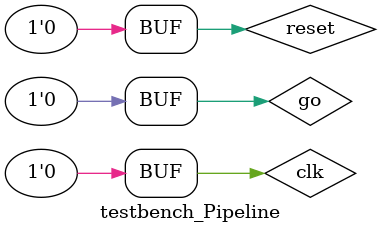
<source format=sv>
`timescale 1 ps / 1 ps

module testbench_Pipeline();



logic clk;
logic reset, V_SyncOut, H_SyncOut, and_enable, Stuck, go,clock_vga,vga_sync;
logic [31:0] InstrD, ALUResultEA, ALUResultM, ResultW,WriteDataM,VGAData;
logic [7:0] RedOut, GreenOut, BlueOut;

Pipeline_ARM dut(	clk, reset, go,
						InstrD, ALUResultEA, ALUResultM, ResultW,WriteDataM,
						V_SyncOut, H_SyncOut, and_enable, Stuck,clock_vga,vga_sync,
						RedOut, GreenOut, BlueOut);

// initialize test
initial

	begin
		reset <= 1; # 10; reset <= 0;
	
// generate clock to sequence tests

		clk <= 1; # 5; clk <= 0; # 5;
		clk <= 1; # 5; clk <= 0; # 5;
		clk <= 1; # 5; clk <= 0; # 5;
		clk <= 1; # 5; clk <= 0; # 5;
		clk <= 1; # 5; clk <= 0; # 5;
		clk <= 1; # 5; clk <= 0; # 5;
		clk <= 1; # 5; clk <= 0; # 5;
		clk <= 1; # 5; clk <= 0; # 5;
		clk <= 1; # 5; clk <= 0; # 5;
		clk <= 1; # 5; clk <= 0; # 5;
		clk <= 1; # 5; clk <= 0; # 5;
		clk <= 1; # 5; clk <= 0; # 5;
		clk <= 1; # 5; clk <= 0; # 5;
		clk <= 1; # 5; clk <= 0; # 5;
		clk <= 1; # 5; clk <= 0; # 5;
		clk <= 1; # 5; clk <= 0; # 5;
		clk <= 1; # 5; clk <= 0; # 5;
		clk <= 1; # 5; clk <= 0; # 5;
		clk <= 1; # 5; clk <= 0; # 5;
		clk <= 1; # 5; clk <= 0; # 5;
		clk <= 1; # 5; clk <= 0; # 5;
		clk <= 1; # 5; clk <= 0; # 5;
		clk <= 1; # 5; clk <= 0; # 5;
		clk <= 1; # 5; clk <= 0; # 5;
		clk <= 1; # 5; clk <= 0; # 5;
		clk <= 1; # 5; clk <= 0; # 5;
		clk <= 1; # 5; clk <= 0; # 5;
		clk <= 1; # 5; clk <= 0; # 5;
		clk <= 1; # 5; clk <= 0; # 5;
		clk <= 1; # 5; clk <= 0; # 5;
		clk <= 1; # 5; clk <= 0; # 5;
		clk <= 1; # 5; clk <= 0; # 5;
		clk <= 1; # 5; clk <= 0; # 5;
		clk <= 1; # 5; clk <= 0; # 5;
		clk <= 1; # 5; clk <= 0; # 5;
		clk <= 1; # 5; clk <= 0; # 5;
		clk <= 1; # 5; clk <= 0; # 5;
		clk <= 1; # 5; clk <= 0; # 5;
		clk <= 1; # 5; clk <= 0; # 5;
		clk <= 1; # 5; clk <= 0; # 5;
		clk <= 1; # 5; clk <= 0; # 5;
		clk <= 1; # 5; clk <= 0; # 5;
		clk <= 1; # 5; clk <= 0; # 5;
		clk <= 1; # 5; clk <= 0; # 5;
		clk <= 1; # 5; clk <= 0; # 5;
		clk <= 1; # 5; clk <= 0; # 5;
		clk <= 1; # 5; clk <= 0; # 5;
		clk <= 1; # 5; clk <= 0; # 5;
		clk <= 1; # 5; clk <= 0; # 5;
		clk <= 1; # 5; clk <= 0; # 5;
		clk <= 1; # 5; clk <= 0; # 5;
		clk <= 1; # 5; clk <= 0; # 5;
		clk <= 1; # 5; clk <= 0; # 5;
		clk <= 1; # 5; clk <= 0; # 5;
		clk <= 1; # 5; clk <= 0; # 5;
		clk <= 1; # 5; clk <= 0; # 5;
		clk <= 1; # 5; clk <= 0; # 5;
		clk <= 1; # 5; clk <= 0; # 5;
		clk <= 1; # 5; clk <= 0; # 5;
		clk <= 1; # 5; clk <= 0; # 5;
		clk <= 1; # 5; clk <= 0; # 5;
		clk <= 1; # 5; clk <= 0; # 5;
		clk <= 1; # 5; clk <= 0; # 5;
		clk <= 1; # 5; clk <= 0; # 5;
		clk <= 1; # 5; clk <= 0; # 5;
		clk <= 1; go <= 1; # 5; clk <= 0; go <= 0; # 5;
		clk <= 1; # 5; clk <= 0; # 5;
		clk <= 1; # 5; clk <= 0; # 5;
		clk <= 1; # 5; clk <= 0; # 5;
		clk <= 1; # 5; clk <= 0; # 5;
		clk <= 1; # 5; clk <= 0; # 5;
		clk <= 1; # 5; clk <= 0; # 5;
		clk <= 1; # 5; clk <= 0; # 5;
		clk <= 1; # 5; clk <= 0; # 5;
		clk <= 1; # 5; clk <= 0; # 5;
		clk <= 1; # 5; clk <= 0; # 5;
		clk <= 1; # 5; clk <= 0; # 5;
		clk <= 1; # 5; clk <= 0; # 5;
		clk <= 1; # 5; clk <= 0; # 5;
		clk <= 1; # 5; clk <= 0; # 5;
		clk <= 1; # 5; clk <= 0; # 5;
		clk <= 1; # 5; clk <= 0; # 5;
	end
	

endmodule

</source>
